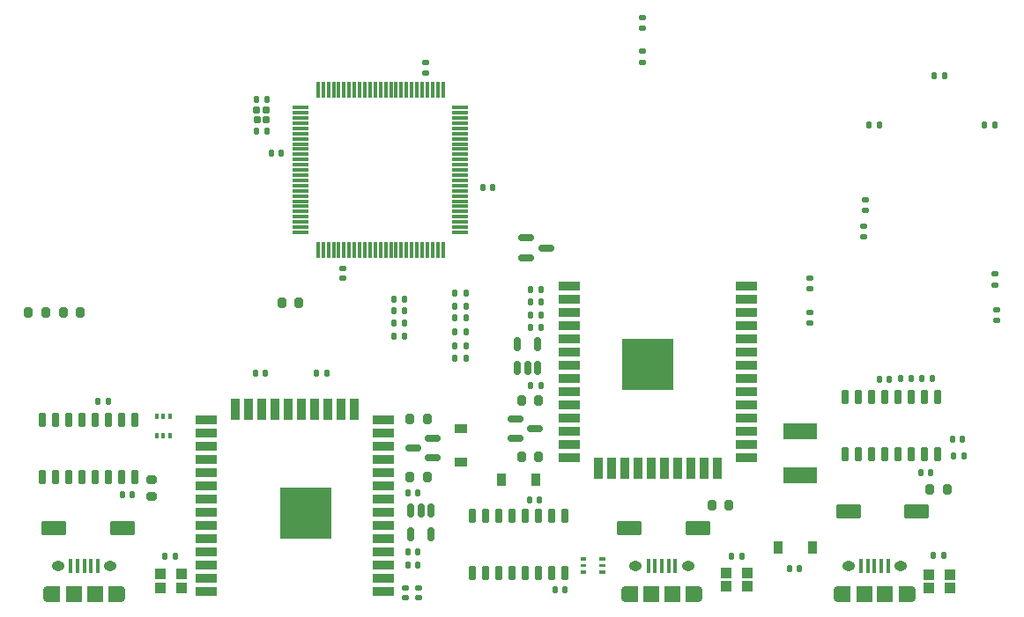
<source format=gbr>
%TF.GenerationSoftware,KiCad,Pcbnew,(6.0.0-0)*%
%TF.CreationDate,2022-09-06T13:07:18-04:00*%
%TF.ProjectId,Body_LED_Controller_Embedded_ESP32s,426f6479-5f4c-4454-945f-436f6e74726f,1.0*%
%TF.SameCoordinates,Original*%
%TF.FileFunction,Paste,Top*%
%TF.FilePolarity,Positive*%
%FSLAX46Y46*%
G04 Gerber Fmt 4.6, Leading zero omitted, Abs format (unit mm)*
G04 Created by KiCad (PCBNEW (6.0.0-0)) date 2022-09-06 13:07:18*
%MOMM*%
%LPD*%
G01*
G04 APERTURE LIST*
G04 Aperture macros list*
%AMRoundRect*
0 Rectangle with rounded corners*
0 $1 Rounding radius*
0 $2 $3 $4 $5 $6 $7 $8 $9 X,Y pos of 4 corners*
0 Add a 4 corners polygon primitive as box body*
4,1,4,$2,$3,$4,$5,$6,$7,$8,$9,$2,$3,0*
0 Add four circle primitives for the rounded corners*
1,1,$1+$1,$2,$3*
1,1,$1+$1,$4,$5*
1,1,$1+$1,$6,$7*
1,1,$1+$1,$8,$9*
0 Add four rect primitives between the rounded corners*
20,1,$1+$1,$2,$3,$4,$5,0*
20,1,$1+$1,$4,$5,$6,$7,0*
20,1,$1+$1,$6,$7,$8,$9,0*
20,1,$1+$1,$8,$9,$2,$3,0*%
G04 Aperture macros list end*
%ADD10C,0.010000*%
%ADD11R,1.000000X1.000000*%
%ADD12RoundRect,0.101600X-0.215900X0.215900X-0.215900X-0.215900X0.215900X-0.215900X0.215900X0.215900X0*%
%ADD13RoundRect,0.150000X-0.587500X-0.150000X0.587500X-0.150000X0.587500X0.150000X-0.587500X0.150000X0*%
%ADD14RoundRect,0.150000X0.150000X-0.512500X0.150000X0.512500X-0.150000X0.512500X-0.150000X-0.512500X0*%
%ADD15RoundRect,0.140000X-0.140000X-0.170000X0.140000X-0.170000X0.140000X0.170000X-0.140000X0.170000X0*%
%ADD16RoundRect,0.135000X0.185000X-0.135000X0.185000X0.135000X-0.185000X0.135000X-0.185000X-0.135000X0*%
%ADD17RoundRect,0.140000X0.140000X0.170000X-0.140000X0.170000X-0.140000X-0.170000X0.140000X-0.170000X0*%
%ADD18RoundRect,0.135000X-0.185000X0.135000X-0.185000X-0.135000X0.185000X-0.135000X0.185000X0.135000X0*%
%ADD19RoundRect,0.200000X-0.200000X-0.275000X0.200000X-0.275000X0.200000X0.275000X-0.200000X0.275000X0*%
%ADD20O,1.250000X0.950000*%
%ADD21O,0.890000X1.550000*%
%ADD22R,0.400000X1.350000*%
%ADD23R,1.200000X1.550000*%
%ADD24R,1.500000X1.550000*%
%ADD25R,0.914400X1.219200*%
%ADD26RoundRect,0.135000X0.135000X0.185000X-0.135000X0.185000X-0.135000X-0.185000X0.135000X-0.185000X0*%
%ADD27RoundRect,0.011200X-0.723800X-0.128800X0.723800X-0.128800X0.723800X0.128800X-0.723800X0.128800X0*%
%ADD28RoundRect,0.011200X0.128800X-0.723800X0.128800X0.723800X-0.128800X0.723800X-0.128800X-0.723800X0*%
%ADD29RoundRect,0.049600X-0.260400X0.605400X-0.260400X-0.605400X0.260400X-0.605400X0.260400X0.605400X0*%
%ADD30RoundRect,0.135000X-0.135000X-0.185000X0.135000X-0.185000X0.135000X0.185000X-0.135000X0.185000X0*%
%ADD31R,3.200000X1.500000*%
%ADD32RoundRect,0.150000X-0.150000X0.512500X-0.150000X-0.512500X0.150000X-0.512500X0.150000X0.512500X0*%
%ADD33RoundRect,0.200000X0.200000X0.275000X-0.200000X0.275000X-0.200000X-0.275000X0.200000X-0.275000X0*%
%ADD34R,2.000000X0.900000*%
%ADD35R,0.900000X2.000000*%
%ADD36R,5.000000X5.000000*%
%ADD37RoundRect,0.083990X1.126010X0.556010X-1.126010X0.556010X-1.126010X-0.556010X1.126010X-0.556010X0*%
%ADD38RoundRect,0.140000X-0.170000X0.140000X-0.170000X-0.140000X0.170000X-0.140000X0.170000X0.140000X0*%
%ADD39RoundRect,0.083990X-1.126010X-0.556010X1.126010X-0.556010X1.126010X0.556010X-1.126010X0.556010X0*%
%ADD40RoundRect,0.150000X0.587500X0.150000X-0.587500X0.150000X-0.587500X-0.150000X0.587500X-0.150000X0*%
%ADD41RoundRect,0.140000X0.170000X-0.140000X0.170000X0.140000X-0.170000X0.140000X-0.170000X-0.140000X0*%
%ADD42RoundRect,0.200000X-0.275000X0.200000X-0.275000X-0.200000X0.275000X-0.200000X0.275000X0.200000X0*%
%ADD43R,1.219200X0.914400*%
G04 APERTURE END LIST*
D10*
%TO.C,U11*%
X100890000Y-101194200D02*
X100890000Y-101644200D01*
X100890000Y-101644200D02*
X100640000Y-101644200D01*
X100640000Y-101644200D02*
X100640000Y-101194200D01*
X100640000Y-101194200D02*
X100890000Y-101194200D01*
G36*
X100890000Y-101644200D02*
G01*
X100640000Y-101644200D01*
X100640000Y-101194200D01*
X100890000Y-101194200D01*
X100890000Y-101644200D01*
G37*
X100890000Y-101644200D02*
X100640000Y-101644200D01*
X100640000Y-101194200D01*
X100890000Y-101194200D01*
X100890000Y-101644200D01*
X100240000Y-103044200D02*
X100240000Y-103494200D01*
X100240000Y-103494200D02*
X99990000Y-103494200D01*
X99990000Y-103494200D02*
X99990000Y-103044200D01*
X99990000Y-103044200D02*
X100240000Y-103044200D01*
G36*
X100240000Y-103494200D02*
G01*
X99990000Y-103494200D01*
X99990000Y-103044200D01*
X100240000Y-103044200D01*
X100240000Y-103494200D01*
G37*
X100240000Y-103494200D02*
X99990000Y-103494200D01*
X99990000Y-103044200D01*
X100240000Y-103044200D01*
X100240000Y-103494200D01*
X100890000Y-103044200D02*
X100890000Y-103494200D01*
X100890000Y-103494200D02*
X100640000Y-103494200D01*
X100640000Y-103494200D02*
X100640000Y-103044200D01*
X100640000Y-103044200D02*
X100890000Y-103044200D01*
G36*
X100890000Y-103494200D02*
G01*
X100640000Y-103494200D01*
X100640000Y-103044200D01*
X100890000Y-103044200D01*
X100890000Y-103494200D01*
G37*
X100890000Y-103494200D02*
X100640000Y-103494200D01*
X100640000Y-103044200D01*
X100890000Y-103044200D01*
X100890000Y-103494200D01*
X99590000Y-101194200D02*
X99590000Y-101644200D01*
X99590000Y-101644200D02*
X99340000Y-101644200D01*
X99340000Y-101644200D02*
X99340000Y-101194200D01*
X99340000Y-101194200D02*
X99590000Y-101194200D01*
G36*
X99590000Y-101644200D02*
G01*
X99340000Y-101644200D01*
X99340000Y-101194200D01*
X99590000Y-101194200D01*
X99590000Y-101644200D01*
G37*
X99590000Y-101644200D02*
X99340000Y-101644200D01*
X99340000Y-101194200D01*
X99590000Y-101194200D01*
X99590000Y-101644200D01*
X99590000Y-103044200D02*
X99590000Y-103494200D01*
X99590000Y-103494200D02*
X99340000Y-103494200D01*
X99340000Y-103494200D02*
X99340000Y-103044200D01*
X99340000Y-103044200D02*
X99590000Y-103044200D01*
G36*
X99590000Y-103494200D02*
G01*
X99340000Y-103494200D01*
X99340000Y-103044200D01*
X99590000Y-103044200D01*
X99590000Y-103494200D01*
G37*
X99590000Y-103494200D02*
X99340000Y-103494200D01*
X99340000Y-103044200D01*
X99590000Y-103044200D01*
X99590000Y-103494200D01*
X100240000Y-101194200D02*
X100240000Y-101644200D01*
X100240000Y-101644200D02*
X99990000Y-101644200D01*
X99990000Y-101644200D02*
X99990000Y-101194200D01*
X99990000Y-101194200D02*
X100240000Y-101194200D01*
G36*
X100240000Y-101644200D02*
G01*
X99990000Y-101644200D01*
X99990000Y-101194200D01*
X100240000Y-101194200D01*
X100240000Y-101644200D01*
G37*
X100240000Y-101644200D02*
X99990000Y-101644200D01*
X99990000Y-101194200D01*
X100240000Y-101194200D01*
X100240000Y-101644200D01*
%TO.C,U6*%
X142515800Y-116520800D02*
X142065800Y-116520800D01*
X142065800Y-116520800D02*
X142065800Y-116270800D01*
X142065800Y-116270800D02*
X142515800Y-116270800D01*
X142515800Y-116270800D02*
X142515800Y-116520800D01*
G36*
X142515800Y-116520800D02*
G01*
X142065800Y-116520800D01*
X142065800Y-116270800D01*
X142515800Y-116270800D01*
X142515800Y-116520800D01*
G37*
X142515800Y-116520800D02*
X142065800Y-116520800D01*
X142065800Y-116270800D01*
X142515800Y-116270800D01*
X142515800Y-116520800D01*
X140665800Y-116520800D02*
X140215800Y-116520800D01*
X140215800Y-116520800D02*
X140215800Y-116270800D01*
X140215800Y-116270800D02*
X140665800Y-116270800D01*
X140665800Y-116270800D02*
X140665800Y-116520800D01*
G36*
X140665800Y-116520800D02*
G01*
X140215800Y-116520800D01*
X140215800Y-116270800D01*
X140665800Y-116270800D01*
X140665800Y-116520800D01*
G37*
X140665800Y-116520800D02*
X140215800Y-116520800D01*
X140215800Y-116270800D01*
X140665800Y-116270800D01*
X140665800Y-116520800D01*
X142515800Y-115870800D02*
X142065800Y-115870800D01*
X142065800Y-115870800D02*
X142065800Y-115620800D01*
X142065800Y-115620800D02*
X142515800Y-115620800D01*
X142515800Y-115620800D02*
X142515800Y-115870800D01*
G36*
X142515800Y-115870800D02*
G01*
X142065800Y-115870800D01*
X142065800Y-115620800D01*
X142515800Y-115620800D01*
X142515800Y-115870800D01*
G37*
X142515800Y-115870800D02*
X142065800Y-115870800D01*
X142065800Y-115620800D01*
X142515800Y-115620800D01*
X142515800Y-115870800D01*
X140665800Y-115220800D02*
X140215800Y-115220800D01*
X140215800Y-115220800D02*
X140215800Y-114970800D01*
X140215800Y-114970800D02*
X140665800Y-114970800D01*
X140665800Y-114970800D02*
X140665800Y-115220800D01*
G36*
X140665800Y-115220800D02*
G01*
X140215800Y-115220800D01*
X140215800Y-114970800D01*
X140665800Y-114970800D01*
X140665800Y-115220800D01*
G37*
X140665800Y-115220800D02*
X140215800Y-115220800D01*
X140215800Y-114970800D01*
X140665800Y-114970800D01*
X140665800Y-115220800D01*
X142515800Y-115220800D02*
X142065800Y-115220800D01*
X142065800Y-115220800D02*
X142065800Y-114970800D01*
X142065800Y-114970800D02*
X142515800Y-114970800D01*
X142515800Y-114970800D02*
X142515800Y-115220800D01*
G36*
X142515800Y-115220800D02*
G01*
X142065800Y-115220800D01*
X142065800Y-114970800D01*
X142515800Y-114970800D01*
X142515800Y-115220800D01*
G37*
X142515800Y-115220800D02*
X142065800Y-115220800D01*
X142065800Y-114970800D01*
X142515800Y-114970800D01*
X142515800Y-115220800D01*
X140665800Y-115870800D02*
X140215800Y-115870800D01*
X140215800Y-115870800D02*
X140215800Y-115620800D01*
X140215800Y-115620800D02*
X140665800Y-115620800D01*
X140665800Y-115620800D02*
X140665800Y-115870800D01*
G36*
X140665800Y-115870800D02*
G01*
X140215800Y-115870800D01*
X140215800Y-115620800D01*
X140665800Y-115620800D01*
X140665800Y-115870800D01*
G37*
X140665800Y-115870800D02*
X140215800Y-115870800D01*
X140215800Y-115620800D01*
X140665800Y-115620800D01*
X140665800Y-115870800D01*
%TD*%
D11*
%TO.C,L3*%
X175695000Y-117950000D03*
X175695000Y-116650000D03*
X173665000Y-116650000D03*
X173665000Y-117950000D03*
%TD*%
%TO.C,L2*%
X156235000Y-117800000D03*
X156235000Y-116500000D03*
X154205000Y-116500000D03*
X154205000Y-117800000D03*
%TD*%
%TO.C,L1*%
X101905000Y-117930000D03*
X101905000Y-116630000D03*
X99875000Y-116630000D03*
X99875000Y-117930000D03*
%TD*%
D12*
%TO.C,D2*%
X110044500Y-72920000D03*
X109155500Y-72920000D03*
%TD*%
D13*
%TO.C,U8*%
X133992500Y-101653939D03*
X133992500Y-103553939D03*
X135867500Y-102603939D03*
%TD*%
D14*
%TO.C,U7*%
X134200000Y-96782608D03*
X135150000Y-96782608D03*
X136100000Y-96782608D03*
X136100000Y-94507608D03*
X134200000Y-94507608D03*
%TD*%
D15*
%TO.C,C4*%
X176100000Y-105270000D03*
X177060000Y-105270000D03*
%TD*%
D16*
%TO.C,R8*%
X162270000Y-92450000D03*
X162270000Y-91430000D03*
%TD*%
D17*
%TO.C,C2*%
X109970000Y-97320000D03*
X109010000Y-97320000D03*
%TD*%
%TO.C,C5*%
X169890000Y-97850000D03*
X168930000Y-97850000D03*
%TD*%
%TO.C,C16*%
X138760000Y-118080000D03*
X137800000Y-118080000D03*
%TD*%
D18*
%TO.C,R7*%
X167570000Y-80630000D03*
X167570000Y-81650000D03*
%TD*%
D17*
%TO.C,C23*%
X97170000Y-108970000D03*
X96210000Y-108970000D03*
%TD*%
D15*
%TO.C,C22*%
X93900000Y-100020000D03*
X94860000Y-100020000D03*
%TD*%
D19*
%TO.C,R1*%
X111515000Y-90530000D03*
X113165000Y-90530000D03*
%TD*%
D18*
%TO.C,R9*%
X180220000Y-91170000D03*
X180220000Y-92190000D03*
%TD*%
D20*
%TO.C,J11*%
X145545000Y-115810000D03*
D21*
X151545000Y-118510000D03*
D20*
X150545000Y-115810000D03*
D21*
X144545000Y-118510000D03*
D22*
X146745000Y-115810000D03*
X147395000Y-115810000D03*
X148045000Y-115810000D03*
X148695000Y-115810000D03*
X149345000Y-115810000D03*
D23*
X150945000Y-118510000D03*
D24*
X147045000Y-118510000D03*
X149045000Y-118510000D03*
D23*
X145145000Y-118510000D03*
%TD*%
D25*
%TO.C,CR1*%
X162523300Y-114065000D03*
X159246700Y-114065000D03*
%TD*%
D26*
%TO.C,R30*%
X129210000Y-94640000D03*
X128190000Y-94640000D03*
%TD*%
D27*
%TO.C,U1*%
X113345000Y-71735000D03*
X113345000Y-72235000D03*
X113345000Y-72735000D03*
X113345000Y-73235000D03*
X113345000Y-73735000D03*
X113345000Y-74235000D03*
X113345000Y-74735000D03*
X113345000Y-75235000D03*
X113345000Y-75735000D03*
X113345000Y-76235000D03*
X113345000Y-76735000D03*
X113345000Y-77235000D03*
X113345000Y-77735000D03*
X113345000Y-78235000D03*
X113345000Y-78735000D03*
X113345000Y-79235000D03*
X113345000Y-79735000D03*
X113345000Y-80235000D03*
X113345000Y-80735000D03*
X113345000Y-81235000D03*
X113345000Y-81735000D03*
X113345000Y-82235000D03*
X113345000Y-82735000D03*
X113345000Y-83235000D03*
X113345000Y-83735000D03*
D28*
X115015000Y-85405000D03*
X115515000Y-85405000D03*
X116015000Y-85405000D03*
X116515000Y-85405000D03*
X117015000Y-85405000D03*
X117515000Y-85405000D03*
X118015000Y-85405000D03*
X118515000Y-85405000D03*
X119015000Y-85405000D03*
X119515000Y-85405000D03*
X120015000Y-85405000D03*
X120515000Y-85405000D03*
X121015000Y-85405000D03*
X121515000Y-85405000D03*
X122015000Y-85405000D03*
X122515000Y-85405000D03*
X123015000Y-85405000D03*
X123515000Y-85405000D03*
X124015000Y-85405000D03*
X124515000Y-85405000D03*
X125015000Y-85405000D03*
X125515000Y-85405000D03*
X126015000Y-85405000D03*
X126515000Y-85405000D03*
X127015000Y-85405000D03*
D27*
X128685000Y-83735000D03*
X128685000Y-83235000D03*
X128685000Y-82735000D03*
X128685000Y-82235000D03*
X128685000Y-81735000D03*
X128685000Y-81235000D03*
X128685000Y-80735000D03*
X128685000Y-80235000D03*
X128685000Y-79735000D03*
X128685000Y-79235000D03*
X128685000Y-78735000D03*
X128685000Y-78235000D03*
X128685000Y-77735000D03*
X128685000Y-77235000D03*
X128685000Y-76735000D03*
X128685000Y-76235000D03*
X128685000Y-75735000D03*
X128685000Y-75235000D03*
X128685000Y-74735000D03*
X128685000Y-74235000D03*
X128685000Y-73735000D03*
X128685000Y-73235000D03*
X128685000Y-72735000D03*
X128685000Y-72235000D03*
X128685000Y-71735000D03*
D28*
X127015000Y-70065000D03*
X126515000Y-70065000D03*
X126015000Y-70065000D03*
X125515000Y-70065000D03*
X125015000Y-70065000D03*
X124515000Y-70065000D03*
X124015000Y-70065000D03*
X123515000Y-70065000D03*
X123015000Y-70065000D03*
X122515000Y-70065000D03*
X122015000Y-70065000D03*
X121515000Y-70065000D03*
X121015000Y-70065000D03*
X120515000Y-70065000D03*
X120015000Y-70065000D03*
X119515000Y-70065000D03*
X119015000Y-70065000D03*
X118515000Y-70065000D03*
X118015000Y-70065000D03*
X117515000Y-70065000D03*
X117015000Y-70065000D03*
X116515000Y-70065000D03*
X116015000Y-70065000D03*
X115515000Y-70065000D03*
X115015000Y-70065000D03*
%TD*%
D29*
%TO.C,U10*%
X97390000Y-101770000D03*
X96120000Y-101770000D03*
X94850000Y-101770000D03*
X93580000Y-101770000D03*
X92310000Y-101770000D03*
X91040000Y-101770000D03*
X89770000Y-101770000D03*
X88500000Y-101770000D03*
X88500000Y-107270000D03*
X89770000Y-107270000D03*
X91040000Y-107270000D03*
X92310000Y-107270000D03*
X93580000Y-107270000D03*
X94850000Y-107270000D03*
X96120000Y-107270000D03*
X97390000Y-107270000D03*
%TD*%
D17*
%TO.C,C17*%
X136420000Y-98431385D03*
X135460000Y-98431385D03*
%TD*%
D20*
%TO.C,J10*%
X170990000Y-115800000D03*
X165990000Y-115800000D03*
D21*
X171990000Y-118500000D03*
X164990000Y-118500000D03*
D22*
X167190000Y-115800000D03*
X167840000Y-115800000D03*
X168490000Y-115800000D03*
X169140000Y-115800000D03*
X169790000Y-115800000D03*
D23*
X171390000Y-118500000D03*
X165590000Y-118500000D03*
D24*
X167490000Y-118500000D03*
X169490000Y-118500000D03*
%TD*%
D30*
%TO.C,R27*%
X154740000Y-114860000D03*
X155760000Y-114860000D03*
%TD*%
D31*
%TO.C,F1*%
X161378500Y-107088500D03*
X161378500Y-102888500D03*
%TD*%
D15*
%TO.C,C24*%
X123636500Y-108788608D03*
X124596500Y-108788608D03*
%TD*%
D26*
%TO.C,R2*%
X172000000Y-97820000D03*
X170980000Y-97820000D03*
%TD*%
%TO.C,R3*%
X174010000Y-97820000D03*
X172990000Y-97820000D03*
%TD*%
D20*
%TO.C,J12*%
X90065000Y-115850000D03*
D21*
X89065000Y-118550000D03*
D20*
X95065000Y-115850000D03*
D21*
X96065000Y-118550000D03*
D22*
X91265000Y-115850000D03*
X91915000Y-115850000D03*
X92565000Y-115850000D03*
X93215000Y-115850000D03*
X93865000Y-115850000D03*
D24*
X93565000Y-118550000D03*
D23*
X89665000Y-118550000D03*
D24*
X91565000Y-118550000D03*
D23*
X95465000Y-118550000D03*
%TD*%
D26*
%TO.C,R13*%
X175190000Y-68670000D03*
X174170000Y-68670000D03*
%TD*%
D25*
%TO.C,CR2*%
X135949800Y-107555000D03*
X132673200Y-107555000D03*
%TD*%
D15*
%TO.C,C15*%
X135350000Y-109440000D03*
X136310000Y-109440000D03*
%TD*%
D17*
%TO.C,C9*%
X111510000Y-76130000D03*
X110550000Y-76130000D03*
%TD*%
D19*
%TO.C,R19*%
X90535000Y-91460000D03*
X92185000Y-91460000D03*
%TD*%
D16*
%TO.C,R6*%
X167400000Y-84150000D03*
X167400000Y-83130000D03*
%TD*%
D32*
%TO.C,U12*%
X125856500Y-110507385D03*
X124906500Y-110507385D03*
X123956500Y-110507385D03*
X123956500Y-112782385D03*
X125856500Y-112782385D03*
%TD*%
D33*
%TO.C,R20*%
X154485000Y-109990000D03*
X152835000Y-109990000D03*
%TD*%
D34*
%TO.C,U4*%
X139190000Y-88935000D03*
X139190000Y-90205000D03*
X139190000Y-91475000D03*
X139190000Y-92745000D03*
X139190000Y-94015000D03*
X139190000Y-95285000D03*
X139190000Y-96555000D03*
X139190000Y-97825000D03*
X139190000Y-99095000D03*
X139190000Y-100365000D03*
X139190000Y-101635000D03*
X139190000Y-102905000D03*
X139190000Y-104175000D03*
X139190000Y-105445000D03*
D35*
X141975000Y-106445000D03*
X143245000Y-106445000D03*
X144515000Y-106445000D03*
X145785000Y-106445000D03*
X147055000Y-106445000D03*
X148325000Y-106445000D03*
X149595000Y-106445000D03*
X150865000Y-106445000D03*
X152135000Y-106445000D03*
X153405000Y-106445000D03*
D34*
X156190000Y-105445000D03*
X156190000Y-104175000D03*
X156190000Y-102905000D03*
X156190000Y-101635000D03*
X156190000Y-100365000D03*
X156190000Y-99095000D03*
X156190000Y-97825000D03*
X156190000Y-96555000D03*
X156190000Y-95285000D03*
X156190000Y-94015000D03*
X156190000Y-92745000D03*
X156190000Y-91475000D03*
X156190000Y-90205000D03*
X156190000Y-88935000D03*
D36*
X146690000Y-96435000D03*
%TD*%
D30*
%TO.C,R35*%
X122280000Y-90150000D03*
X123300000Y-90150000D03*
%TD*%
D29*
%TO.C,U2*%
X174560000Y-99580000D03*
X173290000Y-99580000D03*
X172020000Y-99580000D03*
X170750000Y-99580000D03*
X169480000Y-99580000D03*
X168210000Y-99580000D03*
X166940000Y-99580000D03*
X165670000Y-99580000D03*
X165670000Y-105080000D03*
X166940000Y-105080000D03*
X168210000Y-105080000D03*
X169480000Y-105080000D03*
X170750000Y-105080000D03*
X172020000Y-105080000D03*
X173290000Y-105080000D03*
X174560000Y-105080000D03*
%TD*%
D15*
%TO.C,C1*%
X114880000Y-97290000D03*
X115840000Y-97290000D03*
%TD*%
D26*
%TO.C,R33*%
X129210000Y-90810000D03*
X128190000Y-90810000D03*
%TD*%
D37*
%TO.C,SW3*%
X89655000Y-112195000D03*
X96235000Y-112195000D03*
%TD*%
D19*
%TO.C,R21*%
X134545000Y-99897662D03*
X136195000Y-99897662D03*
%TD*%
D15*
%TO.C,C6*%
X172930000Y-106840000D03*
X173890000Y-106840000D03*
%TD*%
D13*
%TO.C,U3*%
X135042500Y-84290000D03*
X135042500Y-86190000D03*
X136917500Y-85240000D03*
%TD*%
D26*
%TO.C,R29*%
X129210000Y-95840000D03*
X128190000Y-95840000D03*
%TD*%
%TO.C,R16*%
X110120000Y-74040000D03*
X109100000Y-74040000D03*
%TD*%
D15*
%TO.C,C18*%
X135460000Y-92858831D03*
X136420000Y-92858831D03*
%TD*%
D30*
%TO.C,R38*%
X122280000Y-93720000D03*
X123300000Y-93720000D03*
%TD*%
D18*
%TO.C,R5*%
X146210000Y-63040000D03*
X146210000Y-64060000D03*
%TD*%
D26*
%TO.C,R32*%
X129210000Y-91980000D03*
X128190000Y-91980000D03*
%TD*%
D17*
%TO.C,C25*%
X124596500Y-114501162D03*
X123636500Y-114501162D03*
%TD*%
D30*
%TO.C,R36*%
X122280000Y-91290000D03*
X123300000Y-91290000D03*
%TD*%
D19*
%TO.C,R17*%
X173815000Y-108440000D03*
X175465000Y-108440000D03*
%TD*%
D12*
%TO.C,D1*%
X110024500Y-71930000D03*
X109135500Y-71930000D03*
%TD*%
D16*
%TO.C,R10*%
X162250000Y-89170000D03*
X162250000Y-88150000D03*
%TD*%
D38*
%TO.C,C19*%
X124676284Y-117936500D03*
X124676284Y-118896500D03*
%TD*%
D19*
%TO.C,R25*%
X123861500Y-101699777D03*
X125511500Y-101699777D03*
%TD*%
D26*
%TO.C,R34*%
X129210000Y-89540000D03*
X128190000Y-89540000D03*
%TD*%
D39*
%TO.C,SW1*%
X172545000Y-110575000D03*
X165965000Y-110575000D03*
%TD*%
D26*
%TO.C,R15*%
X110120000Y-70960000D03*
X109100000Y-70960000D03*
%TD*%
D17*
%TO.C,C14*%
X136420000Y-91662554D03*
X135460000Y-91662554D03*
%TD*%
D40*
%TO.C,U13*%
X126064000Y-105426054D03*
X126064000Y-103526054D03*
X124189000Y-104476054D03*
%TD*%
D26*
%TO.C,R12*%
X168980000Y-73370000D03*
X167960000Y-73370000D03*
%TD*%
%TO.C,R14*%
X180090000Y-73410000D03*
X179070000Y-73410000D03*
%TD*%
D15*
%TO.C,C3*%
X175990000Y-103620000D03*
X176950000Y-103620000D03*
%TD*%
D33*
%TO.C,R24*%
X125511500Y-107252331D03*
X123861500Y-107252331D03*
%TD*%
D19*
%TO.C,R18*%
X87205000Y-91440000D03*
X88855000Y-91440000D03*
%TD*%
D15*
%TO.C,C21*%
X123636500Y-115767439D03*
X124596500Y-115767439D03*
%TD*%
D18*
%TO.C,R4*%
X146190000Y-66340000D03*
X146190000Y-67360000D03*
%TD*%
D41*
%TO.C,C11*%
X125340000Y-68390000D03*
X125340000Y-67430000D03*
%TD*%
D15*
%TO.C,C8*%
X130830000Y-79400000D03*
X131790000Y-79400000D03*
%TD*%
D18*
%TO.C,R11*%
X180090000Y-87760000D03*
X180090000Y-88780000D03*
%TD*%
D17*
%TO.C,C12*%
X136420000Y-90466277D03*
X135460000Y-90466277D03*
%TD*%
D33*
%TO.C,R22*%
X136195000Y-105310216D03*
X134545000Y-105310216D03*
%TD*%
D17*
%TO.C,C13*%
X136420000Y-89270000D03*
X135460000Y-89270000D03*
%TD*%
D30*
%TO.C,R37*%
X122280000Y-92500000D03*
X123300000Y-92500000D03*
%TD*%
D34*
%TO.C,U9*%
X121310000Y-118265000D03*
X121310000Y-116995000D03*
X121310000Y-115725000D03*
X121310000Y-114455000D03*
X121310000Y-113185000D03*
X121310000Y-111915000D03*
X121310000Y-110645000D03*
X121310000Y-109375000D03*
X121310000Y-108105000D03*
X121310000Y-106835000D03*
X121310000Y-105565000D03*
X121310000Y-104295000D03*
X121310000Y-103025000D03*
X121310000Y-101755000D03*
D35*
X118525000Y-100755000D03*
X117255000Y-100755000D03*
X115985000Y-100755000D03*
X114715000Y-100755000D03*
X113445000Y-100755000D03*
X112175000Y-100755000D03*
X110905000Y-100755000D03*
X109635000Y-100755000D03*
X108365000Y-100755000D03*
X107095000Y-100755000D03*
D34*
X104310000Y-101755000D03*
X104310000Y-103025000D03*
X104310000Y-104295000D03*
X104310000Y-105565000D03*
X104310000Y-106835000D03*
X104310000Y-108105000D03*
X104310000Y-109375000D03*
X104310000Y-110645000D03*
X104310000Y-111915000D03*
X104310000Y-113185000D03*
X104310000Y-114455000D03*
X104310000Y-115725000D03*
X104310000Y-116995000D03*
X104310000Y-118265000D03*
D36*
X113810000Y-110765000D03*
%TD*%
D38*
%TO.C,C20*%
X123410000Y-117936500D03*
X123410000Y-118896500D03*
%TD*%
D17*
%TO.C,C7*%
X161240000Y-116110000D03*
X160280000Y-116110000D03*
%TD*%
D29*
%TO.C,U5*%
X138725000Y-111010000D03*
X137455000Y-111010000D03*
X136185000Y-111010000D03*
X134915000Y-111010000D03*
X133645000Y-111010000D03*
X132375000Y-111010000D03*
X131105000Y-111010000D03*
X129835000Y-111010000D03*
X129835000Y-116510000D03*
X131105000Y-116510000D03*
X132375000Y-116510000D03*
X133645000Y-116510000D03*
X134915000Y-116510000D03*
X136185000Y-116510000D03*
X137455000Y-116510000D03*
X138725000Y-116510000D03*
%TD*%
D38*
%TO.C,C10*%
X117420000Y-87220000D03*
X117420000Y-88180000D03*
%TD*%
D42*
%TO.C,R23*%
X99030000Y-107495000D03*
X99030000Y-109145000D03*
%TD*%
D30*
%TO.C,R28*%
X100330000Y-114890000D03*
X101350000Y-114890000D03*
%TD*%
D37*
%TO.C,SW2*%
X144905000Y-112225000D03*
X151485000Y-112225000D03*
%TD*%
D26*
%TO.C,R31*%
X129210000Y-93340000D03*
X128190000Y-93340000D03*
%TD*%
D43*
%TO.C,CR3*%
X128735000Y-105873300D03*
X128735000Y-102596700D03*
%TD*%
D30*
%TO.C,R26*%
X174100000Y-114810000D03*
X175120000Y-114810000D03*
%TD*%
M02*

</source>
